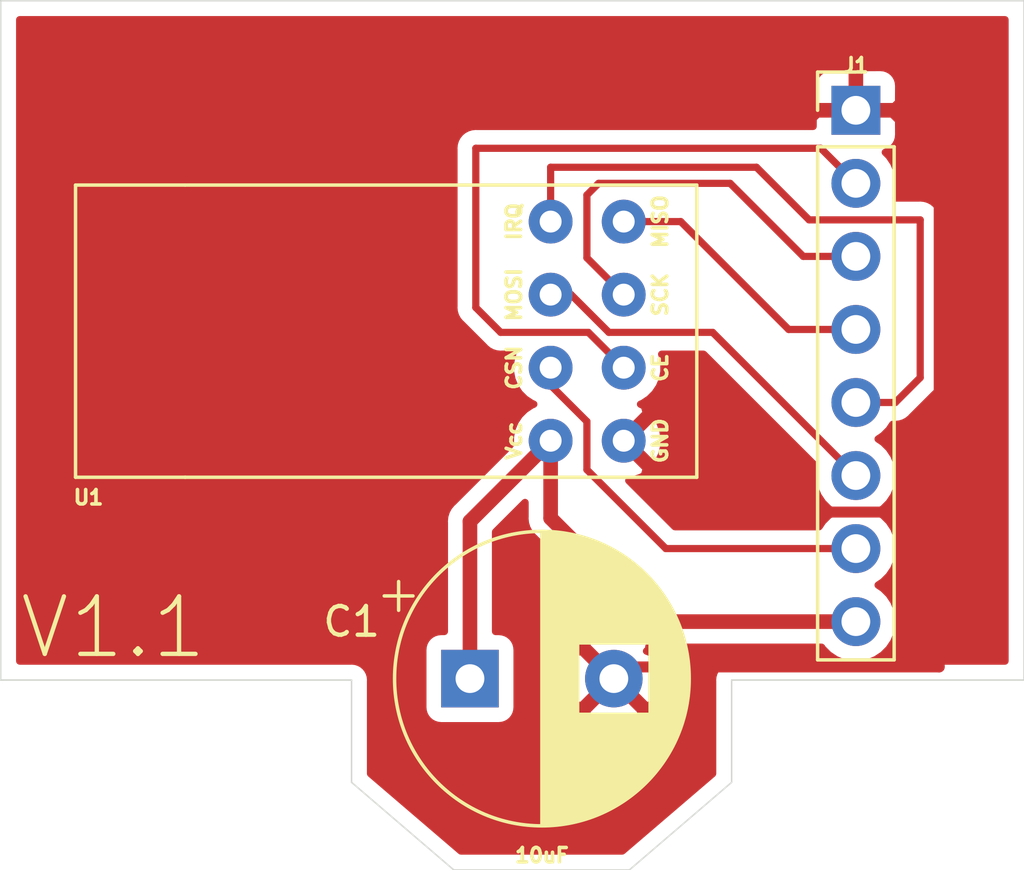
<source format=kicad_pcb>
(kicad_pcb (version 20171130) (host pcbnew "(5.1.10)-1")

  (general
    (thickness 1.6)
    (drawings 11)
    (tracks 46)
    (zones 0)
    (modules 3)
    (nets 9)
  )

  (page A4)
  (title_block
    (title "nRF24 breakout")
    (date 2021-05-31)
    (rev 1.0)
    (company "BITS Pilani")
    (comment 1 "Devansh Tanna")
  )

  (layers
    (0 F.Cu signal)
    (31 B.Cu signal)
    (32 B.Adhes user)
    (33 F.Adhes user)
    (34 B.Paste user)
    (35 F.Paste user)
    (36 B.SilkS user)
    (37 F.SilkS user)
    (38 B.Mask user)
    (39 F.Mask user)
    (40 Dwgs.User user)
    (41 Cmts.User user)
    (42 Eco1.User user)
    (43 Eco2.User user)
    (44 Edge.Cuts user)
    (45 Margin user)
    (46 B.CrtYd user)
    (47 F.CrtYd user)
    (48 B.Fab user)
    (49 F.Fab user)
  )

  (setup
    (last_trace_width 0.381)
    (user_trace_width 0.1524)
    (user_trace_width 0.254)
    (user_trace_width 0.381)
    (user_trace_width 0.508)
    (user_trace_width 0.8128)
    (trace_clearance 0.2)
    (zone_clearance 0.508)
    (zone_45_only no)
    (trace_min 0.1524)
    (via_size 0.8)
    (via_drill 0.4)
    (via_min_size 0.4)
    (via_min_drill 0.3)
    (user_via 0.4826 0.3302)
    (user_via 0.5 0.4)
    (uvia_size 0.3)
    (uvia_drill 0.1)
    (uvias_allowed no)
    (uvia_min_size 0.2)
    (uvia_min_drill 0.1)
    (edge_width 0.05)
    (segment_width 0.2)
    (pcb_text_width 0.3)
    (pcb_text_size 1.5 1.5)
    (mod_edge_width 0.12)
    (mod_text_size 1 1)
    (mod_text_width 0.15)
    (pad_size 1.524 1.524)
    (pad_drill 0.762)
    (pad_to_mask_clearance 0)
    (aux_axis_origin 0 0)
    (visible_elements 7FFFFFFF)
    (pcbplotparams
      (layerselection 0x010fc_ffffffff)
      (usegerberextensions false)
      (usegerberattributes true)
      (usegerberadvancedattributes true)
      (creategerberjobfile true)
      (excludeedgelayer true)
      (linewidth 0.100000)
      (plotframeref false)
      (viasonmask false)
      (mode 1)
      (useauxorigin false)
      (hpglpennumber 1)
      (hpglpenspeed 20)
      (hpglpendiameter 15.000000)
      (psnegative false)
      (psa4output false)
      (plotreference true)
      (plotvalue true)
      (plotinvisibletext false)
      (padsonsilk false)
      (subtractmaskfromsilk false)
      (outputformat 1)
      (mirror false)
      (drillshape 1)
      (scaleselection 1)
      (outputdirectory ""))
  )

  (net 0 "")
  (net 1 "Net-(J1-Pad2)")
  (net 2 "Net-(J1-Pad3)")
  (net 3 "Net-(J1-Pad4)")
  (net 4 "Net-(J1-Pad5)")
  (net 5 "Net-(J1-Pad6)")
  (net 6 "Net-(J1-Pad7)")
  (net 7 "Net-(C1-Pad1)")
  (net 8 "Net-(C1-Pad2)")

  (net_class Default "This is the default net class."
    (clearance 0.2)
    (trace_width 0.25)
    (via_dia 0.8)
    (via_drill 0.4)
    (uvia_dia 0.3)
    (uvia_drill 0.1)
    (add_net "Net-(C1-Pad1)")
    (add_net "Net-(C1-Pad2)")
    (add_net "Net-(J1-Pad2)")
    (add_net "Net-(J1-Pad3)")
    (add_net "Net-(J1-Pad4)")
    (add_net "Net-(J1-Pad5)")
    (add_net "Net-(J1-Pad6)")
    (add_net "Net-(J1-Pad7)")
  )

  (module Connector_PinHeader_2.54mm:PinHeader_1x08_P2.54mm_Vertical (layer F.Cu) (tedit 59FED5CC) (tstamp 60B52686)
    (at 161.798 81.28)
    (descr "Through hole straight pin header, 1x08, 2.54mm pitch, single row")
    (tags "Through hole pin header THT 1x08 2.54mm single row")
    (path /60B490A5)
    (fp_text reference J1 (at 0 -1.56) (layer F.SilkS)
      (effects (font (size 0.5 0.5) (thickness 0.125)))
    )
    (fp_text value Conn_01x08_Female (at -1.778 -2.54) (layer F.Fab) hide
      (effects (font (size 0.5 0.5) (thickness 0.125)))
    )
    (fp_line (start 1.8 -1.8) (end -1.8 -1.8) (layer F.CrtYd) (width 0.05))
    (fp_line (start 1.8 19.55) (end 1.8 -1.8) (layer F.CrtYd) (width 0.05))
    (fp_line (start -1.8 19.55) (end 1.8 19.55) (layer F.CrtYd) (width 0.05))
    (fp_line (start -1.8 -1.8) (end -1.8 19.55) (layer F.CrtYd) (width 0.05))
    (fp_line (start -1.33 -1.33) (end 0 -1.33) (layer F.SilkS) (width 0.12))
    (fp_line (start -1.33 0) (end -1.33 -1.33) (layer F.SilkS) (width 0.12))
    (fp_line (start -1.33 1.27) (end 1.33 1.27) (layer F.SilkS) (width 0.12))
    (fp_line (start 1.33 1.27) (end 1.33 19.11) (layer F.SilkS) (width 0.12))
    (fp_line (start -1.33 1.27) (end -1.33 19.11) (layer F.SilkS) (width 0.12))
    (fp_line (start -1.33 19.11) (end 1.33 19.11) (layer F.SilkS) (width 0.12))
    (fp_line (start -1.27 -0.635) (end -0.635 -1.27) (layer F.Fab) (width 0.1))
    (fp_line (start -1.27 19.05) (end -1.27 -0.635) (layer F.Fab) (width 0.1))
    (fp_line (start 1.27 19.05) (end -1.27 19.05) (layer F.Fab) (width 0.1))
    (fp_line (start 1.27 -1.27) (end 1.27 19.05) (layer F.Fab) (width 0.1))
    (fp_line (start -0.635 -1.27) (end 1.27 -1.27) (layer F.Fab) (width 0.1))
    (fp_text user %R (at 2.6924 0.0122 90) (layer F.Fab) hide
      (effects (font (size 0.76 0.76) (thickness 0.114)))
    )
    (pad 8 thru_hole oval (at 0 17.78) (size 1.7 1.7) (drill 1) (layers *.Cu *.Mask)
      (net 7 "Net-(C1-Pad1)"))
    (pad 7 thru_hole oval (at 0 15.24) (size 1.7 1.7) (drill 1) (layers *.Cu *.Mask)
      (net 6 "Net-(J1-Pad7)"))
    (pad 6 thru_hole oval (at 0 12.7) (size 1.7 1.7) (drill 1) (layers *.Cu *.Mask)
      (net 5 "Net-(J1-Pad6)"))
    (pad 5 thru_hole oval (at 0 10.16) (size 1.7 1.7) (drill 1) (layers *.Cu *.Mask)
      (net 4 "Net-(J1-Pad5)"))
    (pad 4 thru_hole oval (at 0 7.62) (size 1.7 1.7) (drill 1) (layers *.Cu *.Mask)
      (net 3 "Net-(J1-Pad4)"))
    (pad 3 thru_hole oval (at 0 5.08) (size 1.7 1.7) (drill 1) (layers *.Cu *.Mask)
      (net 2 "Net-(J1-Pad3)"))
    (pad 2 thru_hole oval (at 0 2.54) (size 1.7 1.7) (drill 1) (layers *.Cu *.Mask)
      (net 1 "Net-(J1-Pad2)"))
    (pad 1 thru_hole rect (at 0 0) (size 1.7 1.7) (drill 1) (layers *.Cu *.Mask)
      (net 8 "Net-(C1-Pad2)"))
    (model ${KISYS3DMOD}/Connector_PinHeader_2.54mm.3dshapes/PinHeader_1x08_P2.54mm_Vertical.wrl
      (at (xyz 0 0 0))
      (scale (xyz 1 1 1))
      (rotate (xyz 0 0 0))
    )
  )

  (module nRF24-breakout:nRF24_custom (layer F.Cu) (tedit 60B4C40C) (tstamp 60B527F9)
    (at 144.840001 88.960001)
    (descr "A footprint fot generic nRF24 module")
    (tags nRF24)
    (path /60B4E6D8)
    (fp_text reference U1 (at -9.712001 5.781999) (layer F.SilkS)
      (effects (font (size 0.5 0.5) (thickness 0.125)))
    )
    (fp_text value nRF24 (at -2.54 0) (layer F.Fab)
      (effects (font (size 1 1) (thickness 0.15)))
    )
    (fp_line (start -6.35 5.08) (end -10.16 5.08) (layer F.SilkS) (width 0.12))
    (fp_line (start -10.16 -5.08) (end -6.35 -5.08) (layer F.SilkS) (width 0.12))
    (fp_line (start 11.43 5.08) (end 11.43 -5.08) (layer F.SilkS) (width 0.12))
    (fp_line (start -6.35 5.08) (end 11.43 5.08) (layer F.SilkS) (width 0.12))
    (fp_line (start -10.16 -5.08) (end -10.16 5.08) (layer F.SilkS) (width 0.12))
    (fp_line (start 11.43 -5.08) (end -6.35 -5.08) (layer F.SilkS) (width 0.12))
    (fp_text user GND (at 10.16 3.81 90) (layer F.SilkS)
      (effects (font (size 0.5 0.5) (thickness 0.125)))
    )
    (fp_text user CE (at 10.16 1.27 90) (layer F.SilkS)
      (effects (font (size 0.5 0.5) (thickness 0.125)))
    )
    (fp_text user SCK (at 10.16 -1.27 90) (layer F.SilkS)
      (effects (font (size 0.5 0.5) (thickness 0.125)))
    )
    (fp_text user MISO (at 10.16 -3.81 90) (layer F.SilkS)
      (effects (font (size 0.5 0.5) (thickness 0.125)))
    )
    (fp_text user IRQ (at 5.08 -3.81 90) (layer F.SilkS)
      (effects (font (size 0.5 0.5) (thickness 0.125)))
    )
    (fp_text user MOSI (at 5.08 -1.27 90) (layer F.SilkS)
      (effects (font (size 0.5 0.5) (thickness 0.125)))
    )
    (fp_text user CSN (at 5.08 1.27 90) (layer F.SilkS)
      (effects (font (size 0.5 0.5) (thickness 0.125)))
    )
    (fp_text user Vcc (at 5.08 3.81 90) (layer F.SilkS)
      (effects (font (size 0.5 0.5) (thickness 0.125)))
    )
    (pad 1 thru_hole circle (at 8.89 1.27) (size 1.524 1.524) (drill 0.762) (layers *.Cu *.Mask)
      (net 1 "Net-(J1-Pad2)"))
    (pad 2 thru_hole circle (at 8.89 -1.27) (size 1.524 1.524) (drill 0.762) (layers *.Cu *.Mask)
      (net 2 "Net-(J1-Pad3)"))
    (pad 3 thru_hole circle (at 8.89 -3.81) (size 1.524 1.524) (drill 0.762) (layers *.Cu *.Mask)
      (net 3 "Net-(J1-Pad4)"))
    (pad 4 thru_hole circle (at 6.35 -3.81) (size 1.524 1.524) (drill 0.762) (layers *.Cu *.Mask)
      (net 4 "Net-(J1-Pad5)"))
    (pad 5 thru_hole circle (at 6.35 -1.27) (size 1.524 1.524) (drill 0.762) (layers *.Cu *.Mask)
      (net 5 "Net-(J1-Pad6)"))
    (pad 6 thru_hole circle (at 6.35 1.27) (size 1.524 1.524) (drill 0.762) (layers *.Cu *.Mask)
      (net 6 "Net-(J1-Pad7)"))
    (pad 7 thru_hole circle (at 6.35 3.81) (size 1.524 1.524) (drill 0.762) (layers *.Cu *.Mask)
      (net 7 "Net-(C1-Pad1)"))
    (pad 0 thru_hole circle (at 8.89 3.81) (size 1.524 1.524) (drill 0.762) (layers *.Cu *.Mask)
      (net 8 "Net-(C1-Pad2)"))
  )

  (module Capacitor_THT:CP_Radial_D10.0mm_P5.00mm (layer F.Cu) (tedit 5AE50EF1) (tstamp 60DA301B)
    (at 148.3868 101.0412)
    (descr "CP, Radial series, Radial, pin pitch=5.00mm, , diameter=10mm, Electrolytic Capacitor")
    (tags "CP Radial series Radial pin pitch 5.00mm  diameter 10mm Electrolytic Capacitor")
    (path /60DA1D9B)
    (fp_text reference C1 (at -4.1148 -1.9812) (layer F.SilkS)
      (effects (font (size 1 1) (thickness 0.15)))
    )
    (fp_text value 10uF (at 2.5 6.1468) (layer F.SilkS)
      (effects (font (size 0.5 0.5) (thickness 0.125)))
    )
    (fp_line (start -2.479646 -3.375) (end -2.479646 -2.375) (layer F.SilkS) (width 0.12))
    (fp_line (start -2.979646 -2.875) (end -1.979646 -2.875) (layer F.SilkS) (width 0.12))
    (fp_line (start 7.581 -0.599) (end 7.581 0.599) (layer F.SilkS) (width 0.12))
    (fp_line (start 7.541 -0.862) (end 7.541 0.862) (layer F.SilkS) (width 0.12))
    (fp_line (start 7.501 -1.062) (end 7.501 1.062) (layer F.SilkS) (width 0.12))
    (fp_line (start 7.461 -1.23) (end 7.461 1.23) (layer F.SilkS) (width 0.12))
    (fp_line (start 7.421 -1.378) (end 7.421 1.378) (layer F.SilkS) (width 0.12))
    (fp_line (start 7.381 -1.51) (end 7.381 1.51) (layer F.SilkS) (width 0.12))
    (fp_line (start 7.341 -1.63) (end 7.341 1.63) (layer F.SilkS) (width 0.12))
    (fp_line (start 7.301 -1.742) (end 7.301 1.742) (layer F.SilkS) (width 0.12))
    (fp_line (start 7.261 -1.846) (end 7.261 1.846) (layer F.SilkS) (width 0.12))
    (fp_line (start 7.221 -1.944) (end 7.221 1.944) (layer F.SilkS) (width 0.12))
    (fp_line (start 7.181 -2.037) (end 7.181 2.037) (layer F.SilkS) (width 0.12))
    (fp_line (start 7.141 -2.125) (end 7.141 2.125) (layer F.SilkS) (width 0.12))
    (fp_line (start 7.101 -2.209) (end 7.101 2.209) (layer F.SilkS) (width 0.12))
    (fp_line (start 7.061 -2.289) (end 7.061 2.289) (layer F.SilkS) (width 0.12))
    (fp_line (start 7.021 -2.365) (end 7.021 2.365) (layer F.SilkS) (width 0.12))
    (fp_line (start 6.981 -2.439) (end 6.981 2.439) (layer F.SilkS) (width 0.12))
    (fp_line (start 6.941 -2.51) (end 6.941 2.51) (layer F.SilkS) (width 0.12))
    (fp_line (start 6.901 -2.579) (end 6.901 2.579) (layer F.SilkS) (width 0.12))
    (fp_line (start 6.861 -2.645) (end 6.861 2.645) (layer F.SilkS) (width 0.12))
    (fp_line (start 6.821 -2.709) (end 6.821 2.709) (layer F.SilkS) (width 0.12))
    (fp_line (start 6.781 -2.77) (end 6.781 2.77) (layer F.SilkS) (width 0.12))
    (fp_line (start 6.741 -2.83) (end 6.741 2.83) (layer F.SilkS) (width 0.12))
    (fp_line (start 6.701 -2.889) (end 6.701 2.889) (layer F.SilkS) (width 0.12))
    (fp_line (start 6.661 -2.945) (end 6.661 2.945) (layer F.SilkS) (width 0.12))
    (fp_line (start 6.621 -3) (end 6.621 3) (layer F.SilkS) (width 0.12))
    (fp_line (start 6.581 -3.054) (end 6.581 3.054) (layer F.SilkS) (width 0.12))
    (fp_line (start 6.541 -3.106) (end 6.541 3.106) (layer F.SilkS) (width 0.12))
    (fp_line (start 6.501 -3.156) (end 6.501 3.156) (layer F.SilkS) (width 0.12))
    (fp_line (start 6.461 -3.206) (end 6.461 3.206) (layer F.SilkS) (width 0.12))
    (fp_line (start 6.421 -3.254) (end 6.421 3.254) (layer F.SilkS) (width 0.12))
    (fp_line (start 6.381 -3.301) (end 6.381 3.301) (layer F.SilkS) (width 0.12))
    (fp_line (start 6.341 -3.347) (end 6.341 3.347) (layer F.SilkS) (width 0.12))
    (fp_line (start 6.301 -3.392) (end 6.301 3.392) (layer F.SilkS) (width 0.12))
    (fp_line (start 6.261 -3.436) (end 6.261 3.436) (layer F.SilkS) (width 0.12))
    (fp_line (start 6.221 1.241) (end 6.221 3.478) (layer F.SilkS) (width 0.12))
    (fp_line (start 6.221 -3.478) (end 6.221 -1.241) (layer F.SilkS) (width 0.12))
    (fp_line (start 6.181 1.241) (end 6.181 3.52) (layer F.SilkS) (width 0.12))
    (fp_line (start 6.181 -3.52) (end 6.181 -1.241) (layer F.SilkS) (width 0.12))
    (fp_line (start 6.141 1.241) (end 6.141 3.561) (layer F.SilkS) (width 0.12))
    (fp_line (start 6.141 -3.561) (end 6.141 -1.241) (layer F.SilkS) (width 0.12))
    (fp_line (start 6.101 1.241) (end 6.101 3.601) (layer F.SilkS) (width 0.12))
    (fp_line (start 6.101 -3.601) (end 6.101 -1.241) (layer F.SilkS) (width 0.12))
    (fp_line (start 6.061 1.241) (end 6.061 3.64) (layer F.SilkS) (width 0.12))
    (fp_line (start 6.061 -3.64) (end 6.061 -1.241) (layer F.SilkS) (width 0.12))
    (fp_line (start 6.021 1.241) (end 6.021 3.679) (layer F.SilkS) (width 0.12))
    (fp_line (start 6.021 -3.679) (end 6.021 -1.241) (layer F.SilkS) (width 0.12))
    (fp_line (start 5.981 1.241) (end 5.981 3.716) (layer F.SilkS) (width 0.12))
    (fp_line (start 5.981 -3.716) (end 5.981 -1.241) (layer F.SilkS) (width 0.12))
    (fp_line (start 5.941 1.241) (end 5.941 3.753) (layer F.SilkS) (width 0.12))
    (fp_line (start 5.941 -3.753) (end 5.941 -1.241) (layer F.SilkS) (width 0.12))
    (fp_line (start 5.901 1.241) (end 5.901 3.789) (layer F.SilkS) (width 0.12))
    (fp_line (start 5.901 -3.789) (end 5.901 -1.241) (layer F.SilkS) (width 0.12))
    (fp_line (start 5.861 1.241) (end 5.861 3.824) (layer F.SilkS) (width 0.12))
    (fp_line (start 5.861 -3.824) (end 5.861 -1.241) (layer F.SilkS) (width 0.12))
    (fp_line (start 5.821 1.241) (end 5.821 3.858) (layer F.SilkS) (width 0.12))
    (fp_line (start 5.821 -3.858) (end 5.821 -1.241) (layer F.SilkS) (width 0.12))
    (fp_line (start 5.781 1.241) (end 5.781 3.892) (layer F.SilkS) (width 0.12))
    (fp_line (start 5.781 -3.892) (end 5.781 -1.241) (layer F.SilkS) (width 0.12))
    (fp_line (start 5.741 1.241) (end 5.741 3.925) (layer F.SilkS) (width 0.12))
    (fp_line (start 5.741 -3.925) (end 5.741 -1.241) (layer F.SilkS) (width 0.12))
    (fp_line (start 5.701 1.241) (end 5.701 3.957) (layer F.SilkS) (width 0.12))
    (fp_line (start 5.701 -3.957) (end 5.701 -1.241) (layer F.SilkS) (width 0.12))
    (fp_line (start 5.661 1.241) (end 5.661 3.989) (layer F.SilkS) (width 0.12))
    (fp_line (start 5.661 -3.989) (end 5.661 -1.241) (layer F.SilkS) (width 0.12))
    (fp_line (start 5.621 1.241) (end 5.621 4.02) (layer F.SilkS) (width 0.12))
    (fp_line (start 5.621 -4.02) (end 5.621 -1.241) (layer F.SilkS) (width 0.12))
    (fp_line (start 5.581 1.241) (end 5.581 4.05) (layer F.SilkS) (width 0.12))
    (fp_line (start 5.581 -4.05) (end 5.581 -1.241) (layer F.SilkS) (width 0.12))
    (fp_line (start 5.541 1.241) (end 5.541 4.08) (layer F.SilkS) (width 0.12))
    (fp_line (start 5.541 -4.08) (end 5.541 -1.241) (layer F.SilkS) (width 0.12))
    (fp_line (start 5.501 1.241) (end 5.501 4.11) (layer F.SilkS) (width 0.12))
    (fp_line (start 5.501 -4.11) (end 5.501 -1.241) (layer F.SilkS) (width 0.12))
    (fp_line (start 5.461 1.241) (end 5.461 4.138) (layer F.SilkS) (width 0.12))
    (fp_line (start 5.461 -4.138) (end 5.461 -1.241) (layer F.SilkS) (width 0.12))
    (fp_line (start 5.421 1.241) (end 5.421 4.166) (layer F.SilkS) (width 0.12))
    (fp_line (start 5.421 -4.166) (end 5.421 -1.241) (layer F.SilkS) (width 0.12))
    (fp_line (start 5.381 1.241) (end 5.381 4.194) (layer F.SilkS) (width 0.12))
    (fp_line (start 5.381 -4.194) (end 5.381 -1.241) (layer F.SilkS) (width 0.12))
    (fp_line (start 5.341 1.241) (end 5.341 4.221) (layer F.SilkS) (width 0.12))
    (fp_line (start 5.341 -4.221) (end 5.341 -1.241) (layer F.SilkS) (width 0.12))
    (fp_line (start 5.301 1.241) (end 5.301 4.247) (layer F.SilkS) (width 0.12))
    (fp_line (start 5.301 -4.247) (end 5.301 -1.241) (layer F.SilkS) (width 0.12))
    (fp_line (start 5.261 1.241) (end 5.261 4.273) (layer F.SilkS) (width 0.12))
    (fp_line (start 5.261 -4.273) (end 5.261 -1.241) (layer F.SilkS) (width 0.12))
    (fp_line (start 5.221 1.241) (end 5.221 4.298) (layer F.SilkS) (width 0.12))
    (fp_line (start 5.221 -4.298) (end 5.221 -1.241) (layer F.SilkS) (width 0.12))
    (fp_line (start 5.181 1.241) (end 5.181 4.323) (layer F.SilkS) (width 0.12))
    (fp_line (start 5.181 -4.323) (end 5.181 -1.241) (layer F.SilkS) (width 0.12))
    (fp_line (start 5.141 1.241) (end 5.141 4.347) (layer F.SilkS) (width 0.12))
    (fp_line (start 5.141 -4.347) (end 5.141 -1.241) (layer F.SilkS) (width 0.12))
    (fp_line (start 5.101 1.241) (end 5.101 4.371) (layer F.SilkS) (width 0.12))
    (fp_line (start 5.101 -4.371) (end 5.101 -1.241) (layer F.SilkS) (width 0.12))
    (fp_line (start 5.061 1.241) (end 5.061 4.395) (layer F.SilkS) (width 0.12))
    (fp_line (start 5.061 -4.395) (end 5.061 -1.241) (layer F.SilkS) (width 0.12))
    (fp_line (start 5.021 1.241) (end 5.021 4.417) (layer F.SilkS) (width 0.12))
    (fp_line (start 5.021 -4.417) (end 5.021 -1.241) (layer F.SilkS) (width 0.12))
    (fp_line (start 4.981 1.241) (end 4.981 4.44) (layer F.SilkS) (width 0.12))
    (fp_line (start 4.981 -4.44) (end 4.981 -1.241) (layer F.SilkS) (width 0.12))
    (fp_line (start 4.941 1.241) (end 4.941 4.462) (layer F.SilkS) (width 0.12))
    (fp_line (start 4.941 -4.462) (end 4.941 -1.241) (layer F.SilkS) (width 0.12))
    (fp_line (start 4.901 1.241) (end 4.901 4.483) (layer F.SilkS) (width 0.12))
    (fp_line (start 4.901 -4.483) (end 4.901 -1.241) (layer F.SilkS) (width 0.12))
    (fp_line (start 4.861 1.241) (end 4.861 4.504) (layer F.SilkS) (width 0.12))
    (fp_line (start 4.861 -4.504) (end 4.861 -1.241) (layer F.SilkS) (width 0.12))
    (fp_line (start 4.821 1.241) (end 4.821 4.525) (layer F.SilkS) (width 0.12))
    (fp_line (start 4.821 -4.525) (end 4.821 -1.241) (layer F.SilkS) (width 0.12))
    (fp_line (start 4.781 1.241) (end 4.781 4.545) (layer F.SilkS) (width 0.12))
    (fp_line (start 4.781 -4.545) (end 4.781 -1.241) (layer F.SilkS) (width 0.12))
    (fp_line (start 4.741 1.241) (end 4.741 4.564) (layer F.SilkS) (width 0.12))
    (fp_line (start 4.741 -4.564) (end 4.741 -1.241) (layer F.SilkS) (width 0.12))
    (fp_line (start 4.701 1.241) (end 4.701 4.584) (layer F.SilkS) (width 0.12))
    (fp_line (start 4.701 -4.584) (end 4.701 -1.241) (layer F.SilkS) (width 0.12))
    (fp_line (start 4.661 1.241) (end 4.661 4.603) (layer F.SilkS) (width 0.12))
    (fp_line (start 4.661 -4.603) (end 4.661 -1.241) (layer F.SilkS) (width 0.12))
    (fp_line (start 4.621 1.241) (end 4.621 4.621) (layer F.SilkS) (width 0.12))
    (fp_line (start 4.621 -4.621) (end 4.621 -1.241) (layer F.SilkS) (width 0.12))
    (fp_line (start 4.581 1.241) (end 4.581 4.639) (layer F.SilkS) (width 0.12))
    (fp_line (start 4.581 -4.639) (end 4.581 -1.241) (layer F.SilkS) (width 0.12))
    (fp_line (start 4.541 1.241) (end 4.541 4.657) (layer F.SilkS) (width 0.12))
    (fp_line (start 4.541 -4.657) (end 4.541 -1.241) (layer F.SilkS) (width 0.12))
    (fp_line (start 4.501 1.241) (end 4.501 4.674) (layer F.SilkS) (width 0.12))
    (fp_line (start 4.501 -4.674) (end 4.501 -1.241) (layer F.SilkS) (width 0.12))
    (fp_line (start 4.461 1.241) (end 4.461 4.69) (layer F.SilkS) (width 0.12))
    (fp_line (start 4.461 -4.69) (end 4.461 -1.241) (layer F.SilkS) (width 0.12))
    (fp_line (start 4.421 1.241) (end 4.421 4.707) (layer F.SilkS) (width 0.12))
    (fp_line (start 4.421 -4.707) (end 4.421 -1.241) (layer F.SilkS) (width 0.12))
    (fp_line (start 4.381 1.241) (end 4.381 4.723) (layer F.SilkS) (width 0.12))
    (fp_line (start 4.381 -4.723) (end 4.381 -1.241) (layer F.SilkS) (width 0.12))
    (fp_line (start 4.341 1.241) (end 4.341 4.738) (layer F.SilkS) (width 0.12))
    (fp_line (start 4.341 -4.738) (end 4.341 -1.241) (layer F.SilkS) (width 0.12))
    (fp_line (start 4.301 1.241) (end 4.301 4.754) (layer F.SilkS) (width 0.12))
    (fp_line (start 4.301 -4.754) (end 4.301 -1.241) (layer F.SilkS) (width 0.12))
    (fp_line (start 4.261 1.241) (end 4.261 4.768) (layer F.SilkS) (width 0.12))
    (fp_line (start 4.261 -4.768) (end 4.261 -1.241) (layer F.SilkS) (width 0.12))
    (fp_line (start 4.221 1.241) (end 4.221 4.783) (layer F.SilkS) (width 0.12))
    (fp_line (start 4.221 -4.783) (end 4.221 -1.241) (layer F.SilkS) (width 0.12))
    (fp_line (start 4.181 1.241) (end 4.181 4.797) (layer F.SilkS) (width 0.12))
    (fp_line (start 4.181 -4.797) (end 4.181 -1.241) (layer F.SilkS) (width 0.12))
    (fp_line (start 4.141 1.241) (end 4.141 4.811) (layer F.SilkS) (width 0.12))
    (fp_line (start 4.141 -4.811) (end 4.141 -1.241) (layer F.SilkS) (width 0.12))
    (fp_line (start 4.101 1.241) (end 4.101 4.824) (layer F.SilkS) (width 0.12))
    (fp_line (start 4.101 -4.824) (end 4.101 -1.241) (layer F.SilkS) (width 0.12))
    (fp_line (start 4.061 1.241) (end 4.061 4.837) (layer F.SilkS) (width 0.12))
    (fp_line (start 4.061 -4.837) (end 4.061 -1.241) (layer F.SilkS) (width 0.12))
    (fp_line (start 4.021 1.241) (end 4.021 4.85) (layer F.SilkS) (width 0.12))
    (fp_line (start 4.021 -4.85) (end 4.021 -1.241) (layer F.SilkS) (width 0.12))
    (fp_line (start 3.981 1.241) (end 3.981 4.862) (layer F.SilkS) (width 0.12))
    (fp_line (start 3.981 -4.862) (end 3.981 -1.241) (layer F.SilkS) (width 0.12))
    (fp_line (start 3.941 1.241) (end 3.941 4.874) (layer F.SilkS) (width 0.12))
    (fp_line (start 3.941 -4.874) (end 3.941 -1.241) (layer F.SilkS) (width 0.12))
    (fp_line (start 3.901 1.241) (end 3.901 4.885) (layer F.SilkS) (width 0.12))
    (fp_line (start 3.901 -4.885) (end 3.901 -1.241) (layer F.SilkS) (width 0.12))
    (fp_line (start 3.861 1.241) (end 3.861 4.897) (layer F.SilkS) (width 0.12))
    (fp_line (start 3.861 -4.897) (end 3.861 -1.241) (layer F.SilkS) (width 0.12))
    (fp_line (start 3.821 1.241) (end 3.821 4.907) (layer F.SilkS) (width 0.12))
    (fp_line (start 3.821 -4.907) (end 3.821 -1.241) (layer F.SilkS) (width 0.12))
    (fp_line (start 3.781 1.241) (end 3.781 4.918) (layer F.SilkS) (width 0.12))
    (fp_line (start 3.781 -4.918) (end 3.781 -1.241) (layer F.SilkS) (width 0.12))
    (fp_line (start 3.741 -4.928) (end 3.741 4.928) (layer F.SilkS) (width 0.12))
    (fp_line (start 3.701 -4.938) (end 3.701 4.938) (layer F.SilkS) (width 0.12))
    (fp_line (start 3.661 -4.947) (end 3.661 4.947) (layer F.SilkS) (width 0.12))
    (fp_line (start 3.621 -4.956) (end 3.621 4.956) (layer F.SilkS) (width 0.12))
    (fp_line (start 3.581 -4.965) (end 3.581 4.965) (layer F.SilkS) (width 0.12))
    (fp_line (start 3.541 -4.974) (end 3.541 4.974) (layer F.SilkS) (width 0.12))
    (fp_line (start 3.501 -4.982) (end 3.501 4.982) (layer F.SilkS) (width 0.12))
    (fp_line (start 3.461 -4.99) (end 3.461 4.99) (layer F.SilkS) (width 0.12))
    (fp_line (start 3.421 -4.997) (end 3.421 4.997) (layer F.SilkS) (width 0.12))
    (fp_line (start 3.381 -5.004) (end 3.381 5.004) (layer F.SilkS) (width 0.12))
    (fp_line (start 3.341 -5.011) (end 3.341 5.011) (layer F.SilkS) (width 0.12))
    (fp_line (start 3.301 -5.018) (end 3.301 5.018) (layer F.SilkS) (width 0.12))
    (fp_line (start 3.261 -5.024) (end 3.261 5.024) (layer F.SilkS) (width 0.12))
    (fp_line (start 3.221 -5.03) (end 3.221 5.03) (layer F.SilkS) (width 0.12))
    (fp_line (start 3.18 -5.035) (end 3.18 5.035) (layer F.SilkS) (width 0.12))
    (fp_line (start 3.14 -5.04) (end 3.14 5.04) (layer F.SilkS) (width 0.12))
    (fp_line (start 3.1 -5.045) (end 3.1 5.045) (layer F.SilkS) (width 0.12))
    (fp_line (start 3.06 -5.05) (end 3.06 5.05) (layer F.SilkS) (width 0.12))
    (fp_line (start 3.02 -5.054) (end 3.02 5.054) (layer F.SilkS) (width 0.12))
    (fp_line (start 2.98 -5.058) (end 2.98 5.058) (layer F.SilkS) (width 0.12))
    (fp_line (start 2.94 -5.062) (end 2.94 5.062) (layer F.SilkS) (width 0.12))
    (fp_line (start 2.9 -5.065) (end 2.9 5.065) (layer F.SilkS) (width 0.12))
    (fp_line (start 2.86 -5.068) (end 2.86 5.068) (layer F.SilkS) (width 0.12))
    (fp_line (start 2.82 -5.07) (end 2.82 5.07) (layer F.SilkS) (width 0.12))
    (fp_line (start 2.78 -5.073) (end 2.78 5.073) (layer F.SilkS) (width 0.12))
    (fp_line (start 2.74 -5.075) (end 2.74 5.075) (layer F.SilkS) (width 0.12))
    (fp_line (start 2.7 -5.077) (end 2.7 5.077) (layer F.SilkS) (width 0.12))
    (fp_line (start 2.66 -5.078) (end 2.66 5.078) (layer F.SilkS) (width 0.12))
    (fp_line (start 2.62 -5.079) (end 2.62 5.079) (layer F.SilkS) (width 0.12))
    (fp_line (start 2.58 -5.08) (end 2.58 5.08) (layer F.SilkS) (width 0.12))
    (fp_line (start 2.54 -5.08) (end 2.54 5.08) (layer F.SilkS) (width 0.12))
    (fp_line (start 2.5 -5.08) (end 2.5 5.08) (layer F.SilkS) (width 0.12))
    (fp_line (start -1.288861 -2.6875) (end -1.288861 -1.6875) (layer F.Fab) (width 0.1))
    (fp_line (start -1.788861 -2.1875) (end -0.788861 -2.1875) (layer F.Fab) (width 0.1))
    (fp_circle (center 2.5 0) (end 7.75 0) (layer F.CrtYd) (width 0.05))
    (fp_circle (center 2.5 0) (end 7.62 0) (layer F.SilkS) (width 0.12))
    (fp_circle (center 2.5 0) (end 7.5 0) (layer F.Fab) (width 0.1))
    (fp_text user %R (at 2.5 0) (layer F.Fab)
      (effects (font (size 1 1) (thickness 0.15)))
    )
    (pad 1 thru_hole rect (at 0 0) (size 2 2) (drill 1) (layers *.Cu *.Mask)
      (net 7 "Net-(C1-Pad1)"))
    (pad 2 thru_hole circle (at 5 0) (size 2 2) (drill 1) (layers *.Cu *.Mask)
      (net 8 "Net-(C1-Pad2)"))
    (model ${KISYS3DMOD}/Capacitor_THT.3dshapes/CP_Radial_D10.0mm_P5.00mm.wrl
      (at (xyz 0 0 0))
      (scale (xyz 1 1 1))
      (rotate (xyz 0 0 0))
    )
  )

  (gr_text "V1.1\n" (at 135.9916 99.2632) (layer F.SilkS)
    (effects (font (size 2 2) (thickness 0.15)))
  )
  (gr_line (start 132.08 77.47) (end 132.08 101.092) (layer Edge.Cuts) (width 0.05) (tstamp 60DA38ED))
  (gr_line (start 167.64 101.092) (end 167.64 77.47) (layer Edge.Cuts) (width 0.05) (tstamp 60DA38E7))
  (gr_line (start 157.48 101.092) (end 167.64 101.092) (layer Edge.Cuts) (width 0.05))
  (gr_line (start 157.48 104.648) (end 157.48 101.092) (layer Edge.Cuts) (width 0.05))
  (gr_line (start 153.924 107.696) (end 157.48 104.648) (layer Edge.Cuts) (width 0.05))
  (gr_line (start 147.828 107.696) (end 153.924 107.696) (layer Edge.Cuts) (width 0.05))
  (gr_line (start 144.272 104.648) (end 147.828 107.696) (layer Edge.Cuts) (width 0.05))
  (gr_line (start 144.272 101.092) (end 144.272 104.648) (layer Edge.Cuts) (width 0.05))
  (gr_line (start 144.272 101.092) (end 132.08 101.092) (layer Edge.Cuts) (width 0.05))
  (gr_line (start 167.64 77.47) (end 132.08 77.47) (layer Edge.Cuts) (width 0.05))

  (segment (start 152.5016 89.0016) (end 153.730001 90.230001) (width 0.25) (layer F.Cu) (net 1))
  (segment (start 149.4536 89.0016) (end 152.5016 89.0016) (width 0.25) (layer F.Cu) (net 1))
  (segment (start 148.59 88.138) (end 149.4536 89.0016) (width 0.25) (layer F.Cu) (net 1))
  (segment (start 148.59 82.6008) (end 148.59 88.138) (width 0.25) (layer F.Cu) (net 1))
  (segment (start 160.5788 82.6008) (end 148.59 82.6008) (width 0.25) (layer F.Cu) (net 1))
  (segment (start 161.798 83.82) (end 160.5788 82.6008) (width 0.25) (layer F.Cu) (net 1))
  (segment (start 157.4292 83.82) (end 159.9692 86.36) (width 0.25) (layer F.Cu) (net 2))
  (segment (start 152.8572 83.82) (end 157.4292 83.82) (width 0.25) (layer F.Cu) (net 2))
  (segment (start 152.4508 84.2264) (end 152.8572 83.82) (width 0.25) (layer F.Cu) (net 2))
  (segment (start 159.9692 86.36) (end 161.798 86.36) (width 0.25) (layer F.Cu) (net 2))
  (segment (start 152.4508 86.4108) (end 152.4508 84.2264) (width 0.25) (layer F.Cu) (net 2))
  (segment (start 153.730001 87.690001) (end 152.4508 86.4108) (width 0.25) (layer F.Cu) (net 2))
  (segment (start 159.4612 88.9) (end 161.798 88.9) (width 0.25) (layer F.Cu) (net 3))
  (segment (start 155.711201 85.150001) (end 159.4612 88.9) (width 0.25) (layer F.Cu) (net 3))
  (segment (start 153.730001 85.150001) (end 155.711201 85.150001) (width 0.25) (layer F.Cu) (net 3))
  (segment (start 163.1696 91.44) (end 161.798 91.44) (width 0.25) (layer F.Cu) (net 4))
  (segment (start 164.0332 90.5764) (end 163.1696 91.44) (width 0.25) (layer F.Cu) (net 4))
  (segment (start 164.0332 85.09) (end 164.0332 90.5764) (width 0.25) (layer F.Cu) (net 4))
  (segment (start 160.1724 85.09) (end 164.0332 85.09) (width 0.25) (layer F.Cu) (net 4))
  (segment (start 158.3436 83.2612) (end 160.1724 85.09) (width 0.25) (layer F.Cu) (net 4))
  (segment (start 151.190001 83.2612) (end 158.3436 83.2612) (width 0.25) (layer F.Cu) (net 4))
  (segment (start 151.190001 85.150001) (end 151.190001 83.2612) (width 0.25) (layer F.Cu) (net 4))
  (segment (start 156.8196 89.0016) (end 161.798 93.98) (width 0.25) (layer F.Cu) (net 5))
  (segment (start 153.2128 89.0016) (end 156.8196 89.0016) (width 0.25) (layer F.Cu) (net 5))
  (segment (start 151.901201 87.690001) (end 153.2128 89.0016) (width 0.25) (layer F.Cu) (net 5))
  (segment (start 151.190001 87.690001) (end 151.901201 87.690001) (width 0.25) (layer F.Cu) (net 5))
  (segment (start 155.194 96.52) (end 161.798 96.52) (width 0.25) (layer F.Cu) (net 6))
  (segment (start 152.4508 93.7768) (end 155.194 96.52) (width 0.25) (layer F.Cu) (net 6))
  (segment (start 152.4508 92.1004) (end 152.4508 93.7768) (width 0.25) (layer F.Cu) (net 6))
  (segment (start 151.190001 90.839601) (end 152.4508 92.1004) (width 0.25) (layer F.Cu) (net 6))
  (segment (start 151.190001 90.230001) (end 151.190001 90.839601) (width 0.25) (layer F.Cu) (net 6))
  (segment (start 151.190001 92.770001) (end 151.190001 95.462401) (width 0.508) (layer F.Cu) (net 7))
  (segment (start 151.190001 95.462401) (end 154.7876 99.06) (width 0.508) (layer F.Cu) (net 7))
  (segment (start 154.7876 99.06) (end 161.798 99.06) (width 0.508) (layer F.Cu) (net 7))
  (segment (start 148.3868 95.573202) (end 148.3868 101.0412) (width 0.508) (layer F.Cu) (net 7))
  (segment (start 151.190001 92.770001) (end 148.3868 95.573202) (width 0.508) (layer F.Cu) (net 7))
  (segment (start 163.0172 81.28) (end 161.798 81.28) (width 0.381) (layer F.Cu) (net 8))
  (segment (start 164.6936 82.9564) (end 163.0172 81.28) (width 0.381) (layer F.Cu) (net 8))
  (segment (start 164.6936 94.234) (end 164.6936 82.9564) (width 0.381) (layer F.Cu) (net 8))
  (segment (start 163.6776 95.25) (end 164.6936 94.234) (width 0.381) (layer F.Cu) (net 8))
  (segment (start 163.6776 95.25) (end 164.6936 96.266) (width 0.381) (layer F.Cu) (net 8))
  (segment (start 164.6936 96.266) (end 164.6936 100.6348) (width 0.381) (layer F.Cu) (net 8))
  (segment (start 164.6936 100.6348) (end 153.7932 100.6348) (width 0.381) (layer F.Cu) (net 8))
  (segment (start 153.7932 100.6348) (end 153.3868 101.0412) (width 0.381) (layer F.Cu) (net 8))
  (segment (start 153.730001 92.770001) (end 156.21 95.25) (width 0.381) (layer F.Cu) (net 8))
  (segment (start 156.21 95.25) (end 163.6776 95.25) (width 0.381) (layer F.Cu) (net 8))

  (zone (net 8) (net_name "Net-(C1-Pad2)") (layer F.Cu) (tstamp 0) (hatch edge 0.508)
    (connect_pads (clearance 0.508))
    (min_thickness 0.254)
    (fill yes (arc_segments 32) (thermal_gap 0.508) (thermal_bridge_width 0.508))
    (polygon
      (pts
        (xy 167.386 100.9904) (xy 157.1244 100.9904) (xy 157.1244 104.5972) (xy 153.8224 107.3912) (xy 147.9296 107.3912)
        (xy 144.4752 104.394) (xy 144.4752 100.838) (xy 132.3848 100.838) (xy 132.3848 77.724) (xy 167.386 77.724)
      )
    )
    (filled_polygon
      (pts
        (xy 166.98 100.432) (xy 162.36619 100.432) (xy 162.501411 100.37599) (xy 162.744632 100.213475) (xy 162.951475 100.006632)
        (xy 163.11399 99.763411) (xy 163.225932 99.493158) (xy 163.283 99.20626) (xy 163.283 98.91374) (xy 163.225932 98.626842)
        (xy 163.11399 98.356589) (xy 162.951475 98.113368) (xy 162.744632 97.906525) (xy 162.57024 97.79) (xy 162.744632 97.673475)
        (xy 162.951475 97.466632) (xy 163.11399 97.223411) (xy 163.225932 96.953158) (xy 163.283 96.66626) (xy 163.283 96.37374)
        (xy 163.225932 96.086842) (xy 163.11399 95.816589) (xy 162.951475 95.573368) (xy 162.744632 95.366525) (xy 162.57024 95.25)
        (xy 162.744632 95.133475) (xy 162.951475 94.926632) (xy 163.11399 94.683411) (xy 163.225932 94.413158) (xy 163.283 94.12626)
        (xy 163.283 93.83374) (xy 163.225932 93.546842) (xy 163.11399 93.276589) (xy 162.951475 93.033368) (xy 162.744632 92.826525)
        (xy 162.57024 92.71) (xy 162.744632 92.593475) (xy 162.951475 92.386632) (xy 163.076178 92.2) (xy 163.132278 92.2)
        (xy 163.1696 92.203676) (xy 163.206922 92.2) (xy 163.206933 92.2) (xy 163.318586 92.189003) (xy 163.461847 92.145546)
        (xy 163.593876 92.074974) (xy 163.709601 91.980001) (xy 163.733403 91.950998) (xy 164.544203 91.140199) (xy 164.573201 91.116401)
        (xy 164.668174 91.000676) (xy 164.738746 90.868647) (xy 164.782203 90.725386) (xy 164.7932 90.613733) (xy 164.7932 90.613723)
        (xy 164.796876 90.5764) (xy 164.7932 90.539077) (xy 164.7932 85.127333) (xy 164.796877 85.09) (xy 164.782203 84.941014)
        (xy 164.738746 84.797753) (xy 164.668174 84.665724) (xy 164.573201 84.549999) (xy 164.457476 84.455026) (xy 164.325447 84.384454)
        (xy 164.182186 84.340997) (xy 164.070533 84.33) (xy 164.0332 84.326323) (xy 163.995867 84.33) (xy 163.194103 84.33)
        (xy 163.225932 84.253158) (xy 163.283 83.96626) (xy 163.283 83.67374) (xy 163.225932 83.386842) (xy 163.11399 83.116589)
        (xy 162.951475 82.873368) (xy 162.81962 82.741513) (xy 162.89218 82.719502) (xy 163.002494 82.660537) (xy 163.099185 82.581185)
        (xy 163.178537 82.484494) (xy 163.237502 82.37418) (xy 163.273812 82.254482) (xy 163.286072 82.13) (xy 163.283 81.56575)
        (xy 163.12425 81.407) (xy 161.925 81.407) (xy 161.925 81.427) (xy 161.671 81.427) (xy 161.671 81.407)
        (xy 160.47175 81.407) (xy 160.313 81.56575) (xy 160.311503 81.8408) (xy 148.627333 81.8408) (xy 148.59 81.837123)
        (xy 148.552667 81.8408) (xy 148.441014 81.851797) (xy 148.297753 81.895254) (xy 148.165724 81.965826) (xy 148.049999 82.060799)
        (xy 147.955026 82.176524) (xy 147.884454 82.308553) (xy 147.840997 82.451814) (xy 147.826323 82.6008) (xy 147.83 82.638133)
        (xy 147.830001 88.100668) (xy 147.826324 88.138) (xy 147.830001 88.175333) (xy 147.83773 88.2538) (xy 147.840998 88.286985)
        (xy 147.884454 88.430246) (xy 147.955026 88.562276) (xy 148.026201 88.649002) (xy 148.05 88.678001) (xy 148.078998 88.701799)
        (xy 148.8898 89.512602) (xy 148.913599 89.541601) (xy 149.029324 89.636574) (xy 149.161353 89.707146) (xy 149.304614 89.750603)
        (xy 149.416267 89.7616) (xy 149.416277 89.7616) (xy 149.4536 89.765276) (xy 149.490923 89.7616) (xy 149.871917 89.7616)
        (xy 149.846687 89.822511) (xy 149.793001 90.092409) (xy 149.793001 90.367593) (xy 149.846687 90.637491) (xy 149.951996 90.891728)
        (xy 150.104881 91.120536) (xy 150.299466 91.315121) (xy 150.528274 91.468006) (xy 150.605516 91.500001) (xy 150.528274 91.531996)
        (xy 150.299466 91.684881) (xy 150.104881 91.879466) (xy 149.951996 92.108274) (xy 149.846687 92.362511) (xy 149.793001 92.632409)
        (xy 149.793001 92.907593) (xy 149.793361 92.909405) (xy 147.789064 94.913703) (xy 147.755141 94.941543) (xy 147.644047 95.076912)
        (xy 147.561497 95.231352) (xy 147.510664 95.398929) (xy 147.4978 95.529536) (xy 147.4978 95.529542) (xy 147.4935 95.573202)
        (xy 147.4978 95.616862) (xy 147.497801 99.403128) (xy 147.3868 99.403128) (xy 147.262318 99.415388) (xy 147.14262 99.451698)
        (xy 147.032306 99.510663) (xy 146.935615 99.590015) (xy 146.856263 99.686706) (xy 146.797298 99.79702) (xy 146.760988 99.916718)
        (xy 146.748728 100.0412) (xy 146.748728 102.0412) (xy 146.760988 102.165682) (xy 146.797298 102.28538) (xy 146.856263 102.395694)
        (xy 146.935615 102.492385) (xy 147.032306 102.571737) (xy 147.14262 102.630702) (xy 147.262318 102.667012) (xy 147.3868 102.679272)
        (xy 149.3868 102.679272) (xy 149.511282 102.667012) (xy 149.63098 102.630702) (xy 149.741294 102.571737) (xy 149.837985 102.492385)
        (xy 149.917337 102.395694) (xy 149.976302 102.28538) (xy 150.009296 102.176613) (xy 152.430992 102.176613) (xy 152.526756 102.441014)
        (xy 152.816371 102.581904) (xy 153.127908 102.663584) (xy 153.449395 102.682918) (xy 153.768475 102.639161) (xy 154.072888 102.533995)
        (xy 154.246844 102.441014) (xy 154.342608 102.176613) (xy 153.3868 101.220805) (xy 152.430992 102.176613) (xy 150.009296 102.176613)
        (xy 150.012612 102.165682) (xy 150.024872 102.0412) (xy 150.024872 101.103795) (xy 151.745082 101.103795) (xy 151.788839 101.422875)
        (xy 151.894005 101.727288) (xy 151.986986 101.901244) (xy 152.251387 101.997008) (xy 153.207195 101.0412) (xy 152.251387 100.085392)
        (xy 151.986986 100.181156) (xy 151.846096 100.470771) (xy 151.764416 100.782308) (xy 151.745082 101.103795) (xy 150.024872 101.103795)
        (xy 150.024872 100.0412) (xy 150.012612 99.916718) (xy 149.976302 99.79702) (xy 149.917337 99.686706) (xy 149.837985 99.590015)
        (xy 149.741294 99.510663) (xy 149.63098 99.451698) (xy 149.511282 99.415388) (xy 149.3868 99.403128) (xy 149.2758 99.403128)
        (xy 149.2758 95.941437) (xy 150.301002 94.916236) (xy 150.301002 95.418731) (xy 150.296701 95.462401) (xy 150.313865 95.636675)
        (xy 150.364699 95.804253) (xy 150.423924 95.915054) (xy 150.447249 95.958692) (xy 150.558343 96.09406) (xy 150.59226 96.121895)
        (xy 153.983775 99.51341) (xy 153.957229 99.500496) (xy 153.645692 99.418816) (xy 153.324205 99.399482) (xy 153.005125 99.443239)
        (xy 152.700712 99.548405) (xy 152.526756 99.641386) (xy 152.430992 99.905787) (xy 153.3868 100.861595) (xy 153.400943 100.847453)
        (xy 153.580548 101.027058) (xy 153.566405 101.0412) (xy 154.522213 101.997008) (xy 154.786614 101.901244) (xy 154.927504 101.611629)
        (xy 155.009184 101.300092) (xy 155.028518 100.978605) (xy 154.984761 100.659525) (xy 154.879595 100.355112) (xy 154.786614 100.181156)
        (xy 154.522215 100.085393) (xy 154.637883 99.969725) (xy 154.600362 99.932204) (xy 154.613324 99.936136) (xy 154.646524 99.939406)
        (xy 154.743933 99.949) (xy 154.743939 99.949) (xy 154.787599 99.9533) (xy 154.831259 99.949) (xy 160.606017 99.949)
        (xy 160.644525 100.006632) (xy 160.851368 100.213475) (xy 161.094589 100.37599) (xy 161.22981 100.432) (xy 157.512419 100.432)
        (xy 157.48 100.428807) (xy 157.447581 100.432) (xy 157.350617 100.44155) (xy 157.226207 100.47929) (xy 157.11155 100.540575)
        (xy 157.011052 100.623052) (xy 156.928575 100.72355) (xy 156.86729 100.838207) (xy 156.82955 100.962617) (xy 156.816807 101.092)
        (xy 156.820001 101.124429) (xy 156.82 104.344443) (xy 153.679851 107.036) (xy 148.07215 107.036) (xy 144.932 104.344444)
        (xy 144.932 101.124418) (xy 144.935193 101.092) (xy 144.92245 100.962617) (xy 144.88471 100.838207) (xy 144.823425 100.72355)
        (xy 144.740948 100.623052) (xy 144.64045 100.540575) (xy 144.525793 100.47929) (xy 144.401383 100.44155) (xy 144.304419 100.432)
        (xy 144.272 100.428807) (xy 144.239581 100.432) (xy 132.74 100.432) (xy 132.74 80.43) (xy 160.309928 80.43)
        (xy 160.313 80.99425) (xy 160.47175 81.153) (xy 161.671 81.153) (xy 161.671 79.95375) (xy 161.925 79.95375)
        (xy 161.925 81.153) (xy 163.12425 81.153) (xy 163.283 80.99425) (xy 163.286072 80.43) (xy 163.273812 80.305518)
        (xy 163.237502 80.18582) (xy 163.178537 80.075506) (xy 163.099185 79.978815) (xy 163.002494 79.899463) (xy 162.89218 79.840498)
        (xy 162.772482 79.804188) (xy 162.648 79.791928) (xy 162.08375 79.795) (xy 161.925 79.95375) (xy 161.671 79.95375)
        (xy 161.51225 79.795) (xy 160.948 79.791928) (xy 160.823518 79.804188) (xy 160.70382 79.840498) (xy 160.593506 79.899463)
        (xy 160.496815 79.978815) (xy 160.417463 80.075506) (xy 160.358498 80.18582) (xy 160.322188 80.305518) (xy 160.309928 80.43)
        (xy 132.74 80.43) (xy 132.74 78.13) (xy 166.980001 78.13)
      )
    )
    (filled_polygon
      (pts
        (xy 160.35679 93.613592) (xy 160.313 93.83374) (xy 160.313 94.12626) (xy 160.370068 94.413158) (xy 160.48201 94.683411)
        (xy 160.644525 94.926632) (xy 160.851368 95.133475) (xy 161.02576 95.25) (xy 160.851368 95.366525) (xy 160.644525 95.573368)
        (xy 160.519822 95.76) (xy 155.508802 95.76) (xy 153.905174 94.156373) (xy 154.074134 94.130923) (xy 154.333024 94.037637)
        (xy 154.448981 93.975657) (xy 154.515961 93.735566) (xy 153.730001 92.949606) (xy 153.715859 92.963749) (xy 153.536254 92.784144)
        (xy 153.550396 92.770001) (xy 153.909606 92.770001) (xy 154.695566 93.555961) (xy 154.935657 93.488981) (xy 155.052757 93.239953)
        (xy 155.119024 92.972866) (xy 155.131911 92.697984) (xy 155.090923 92.425868) (xy 154.997637 92.166978) (xy 154.935657 92.051021)
        (xy 154.695566 91.984041) (xy 153.909606 92.770001) (xy 153.550396 92.770001) (xy 153.536254 92.755859) (xy 153.715859 92.576254)
        (xy 153.730001 92.590396) (xy 154.515961 91.804436) (xy 154.448981 91.564345) (xy 154.313241 91.500516) (xy 154.391728 91.468006)
        (xy 154.620536 91.315121) (xy 154.815121 91.120536) (xy 154.968006 90.891728) (xy 155.073315 90.637491) (xy 155.127001 90.367593)
        (xy 155.127001 90.092409) (xy 155.073315 89.822511) (xy 155.048085 89.7616) (xy 156.504799 89.7616)
      )
    )
  )
)

</source>
